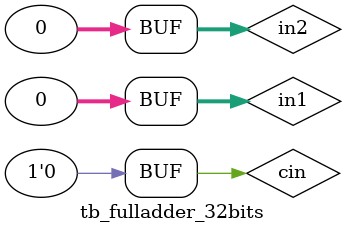
<source format=v>
module tb_fulladder_32bits ();
    
reg [31:0] in1,in2;
reg cin;
wire [31:0] sum;
wire cout;

fulladder_32bits f1(cout, sum,in1,in2,cin);
initial begin
    $monitor(,$time,"in1 = %h, in2 = %h, cin = %b, sum = %h, cout = %b",in1,in2,cin,sum,cout);
end
initial begin
#2 in1 = 32'h00000000; in2 = 32'h00000000; cin = 1'b0;
#2 in1 = 32'h00001111; in2 = 32'h00002222; cin = 1'b1;
#2 in1 = 32'hf0000000; in2 = 32'hf0000000; cin = 1'b0;
#2 in1 = 32'h00000000; in2 = 32'h00000000; cin = 1'b0;
#2 in1 = 32'h00000000; in2 = 32'h00000000; cin = 1'b0;
#2 in1 = 32'h00000000; in2 = 32'h00000000; cin = 1'b0;
#2 in1 = 32'h00000000; in2 = 32'h00000000; cin = 1'b0;

end

endmodule
</source>
